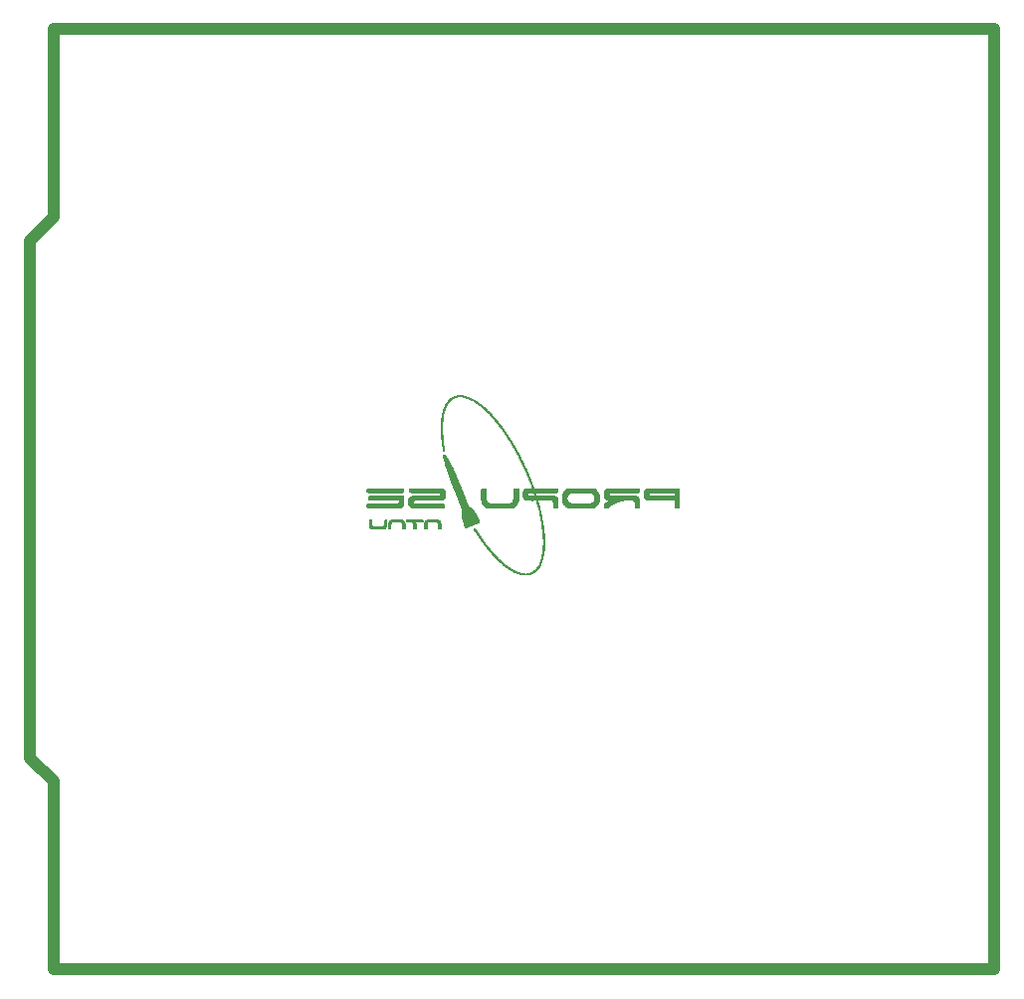
<source format=gbo>
G04*
G04 #@! TF.GenerationSoftware,Altium Limited,Altium Designer,20.0.10 (225)*
G04*
G04 Layer_Color=65280*
%FSLAX25Y25*%
%MOIN*%
G70*
G01*
G75*
%ADD11C,0.03937*%
%ADD25C,0.00140*%
D11*
X55118D02*
X370079D01*
X55118D02*
Y62992D01*
X47244Y70866D02*
X55118Y62992D01*
X47244Y70866D02*
Y244094D01*
X55118Y251969D01*
Y314961D01*
X370079D01*
Y0D02*
Y314961D01*
D25*
X160491Y156132D02*
X172251D01*
X225731D02*
X237351D01*
X160631Y157252D02*
X172251D01*
X254011D02*
X264511D01*
X160491Y157392D02*
X172251D01*
X253591D02*
X264511D01*
X160351Y157532D02*
X172251D01*
X253451D02*
X264511D01*
X160351Y157672D02*
X172251D01*
X253171D02*
X264511D01*
X160351Y157812D02*
X172251D01*
X253031D02*
X264511D01*
X160351Y157952D02*
X172251D01*
X253031D02*
X264511D01*
X160351Y158092D02*
X172251D01*
X252891D02*
X264511D01*
X160351Y158232D02*
X172251D01*
X252751D02*
X264511D01*
X160351Y158372D02*
X172251D01*
X252751D02*
X264511D01*
X160491Y158512D02*
X172111D01*
X252611D02*
X264511D01*
X160631Y158652D02*
X171971D01*
X252611D02*
X264511D01*
X160351Y159772D02*
X171831D01*
X225731D02*
X237351D01*
X252611D02*
X264511D01*
X160211Y159912D02*
X171971D01*
X225871D02*
X237211D01*
X252611D02*
X264511D01*
X160071Y160052D02*
X172111D01*
X226011D02*
X237211D01*
X252751D02*
X264511D01*
X159931Y160192D02*
X172251D01*
X226011D02*
X237071D01*
X252751D02*
X264511D01*
X159931Y160332D02*
X172251D01*
X226151D02*
X236931D01*
X252891D02*
X264511D01*
X159931Y160472D02*
X172251D01*
X226291D02*
X236791D01*
X252891D02*
X264511D01*
X159931Y160612D02*
X172251D01*
X226431D02*
X236651D01*
X253031D02*
X264511D01*
X159931Y160752D02*
X172251D01*
X226571D02*
X236511D01*
X253171D02*
X264511D01*
X160071Y160892D02*
X172251D01*
X226711D02*
X236371D01*
X253311D02*
X264511D01*
X160071Y161032D02*
X172111D01*
X226991D02*
X236091D01*
X253591D02*
X264371D01*
X160211Y161172D02*
X171971D01*
X227271D02*
X235811D01*
X253871D02*
X264231D01*
X192411Y149412D02*
X196611D01*
X192271Y149552D02*
X196891D01*
X192271Y149692D02*
X197311D01*
X192271Y149832D02*
X197591D01*
X192271Y149972D02*
X197591D01*
X192131Y150112D02*
X197451D01*
X192131Y150252D02*
X197451D01*
X192131Y150392D02*
X197451D01*
X191991Y150532D02*
X197311D01*
X191991Y150672D02*
X197311D01*
X191991Y150812D02*
X197171D01*
X191991Y150952D02*
X197171D01*
X191851Y151092D02*
X197031D01*
X191851Y151232D02*
X197031D01*
X191851Y151372D02*
X196891D01*
X191851Y151512D02*
X196891D01*
X191851Y151652D02*
X196751D01*
X191711Y151792D02*
X196751D01*
X191711Y151932D02*
X196611D01*
X191711Y152072D02*
X196611D01*
X191711Y152212D02*
X196471D01*
X191711Y152352D02*
X196471D01*
X191711Y152492D02*
X196331D01*
X191711Y152632D02*
X196331D01*
X160491Y154592D02*
X170571D01*
X227831D02*
X235391D01*
X160211Y154732D02*
X171131D01*
X227271D02*
X235951D01*
X160071Y154872D02*
X171411D01*
X226991D02*
X236231D01*
X160071Y155012D02*
X171551D01*
X226711D02*
X236371D01*
X159931Y155152D02*
X171691D01*
X226571D02*
X236511D01*
X159931Y155292D02*
X171831D01*
X226431D02*
X236791D01*
X159931Y155432D02*
X171971D01*
X226291D02*
X236931D01*
X159931Y155572D02*
X171971D01*
X226151D02*
X236931D01*
X160071Y155712D02*
X172111D01*
X226011D02*
X237071D01*
X160071Y155852D02*
X172111D01*
X225871D02*
X237211D01*
X160211Y155992D02*
X172251D01*
X225871D02*
X237211D01*
X175471Y148012D02*
X176311D01*
X183871D02*
X184711D01*
X173791Y156132D02*
X185271D01*
X191011D02*
X193531D01*
X198571D02*
X210191D01*
X239731D02*
X242671D01*
X262971D02*
X264511D01*
X192131Y191832D02*
X193671D01*
X189191Y191972D02*
X193251D01*
X189611Y192112D02*
X192691D01*
X191011Y156272D02*
X193391D01*
X191011Y156412D02*
X193391D01*
X190871Y156552D02*
X193391D01*
X190871Y156692D02*
X193251D01*
X190731Y156832D02*
X193251D01*
X190731Y156972D02*
X193111D01*
X190731Y157112D02*
X193111D01*
X173791Y157252D02*
X184851D01*
X190591D02*
X192971D01*
X173931Y157392D02*
X185271D01*
X190591D02*
X192971D01*
X173931Y157532D02*
X185411D01*
X190451D02*
X192971D01*
X173931Y157672D02*
X185551D01*
X190451D02*
X192831D01*
X174071Y157812D02*
X185691D01*
X190451D02*
X192831D01*
X174211Y157952D02*
X185831D01*
X190311D02*
X192691D01*
X174351Y158092D02*
X185971D01*
X190311D02*
X192691D01*
X174491Y158232D02*
X185971D01*
X190171D02*
X192691D01*
X174631Y158372D02*
X186111D01*
X190171D02*
X192551D01*
X174911Y158512D02*
X186111D01*
X190171D02*
X192551D01*
X175191Y158652D02*
X186251D01*
X190031D02*
X192411D01*
X190031Y158792D02*
X192411D01*
X189891Y158932D02*
X192411D01*
X174631Y159772D02*
X186251D01*
X174491Y159912D02*
X186111D01*
X174351Y160052D02*
X186111D01*
X174211Y160192D02*
X186111D01*
X174211Y160332D02*
X185971D01*
X174211Y160472D02*
X185831D01*
X174211Y160612D02*
X185831D01*
X174211Y160752D02*
X185691D01*
X174211Y160892D02*
X185411D01*
X174351Y161032D02*
X185271D01*
X174491Y161172D02*
X184991D01*
X175471Y148152D02*
X176311D01*
X183871D02*
X184711D01*
X175471Y148292D02*
X176311D01*
X183871D02*
X184711D01*
X175471Y148432D02*
X176311D01*
X183871D02*
X184711D01*
X175471Y148572D02*
X176311D01*
X183871D02*
X184711D01*
X175471Y148712D02*
X176311D01*
X183871D02*
X184711D01*
X175471Y148852D02*
X176311D01*
X183871D02*
X184711D01*
X175471Y148992D02*
X176311D01*
X183871D02*
X184711D01*
X175471Y149132D02*
X176311D01*
X183871D02*
X184711D01*
X192411D02*
X195911D01*
X175471Y149272D02*
X176311D01*
X183871D02*
X184711D01*
X192411D02*
X196191D01*
X175471Y149412D02*
X176311D01*
X183871D02*
X184711D01*
X183871Y149552D02*
X184711D01*
X183731Y149692D02*
X184571D01*
X183591Y149832D02*
X184571D01*
X167351Y149972D02*
X172531D01*
X173231D02*
X178551D01*
X179391D02*
X184571D01*
X167351Y150112D02*
X172391D01*
X173091D02*
X178691D01*
X179391D02*
X184431D01*
X167491Y150252D02*
X172251D01*
X173091D02*
X178691D01*
X179531D02*
X184291D01*
X167631Y150392D02*
X172111D01*
X173091D02*
X178691D01*
X167771Y150532D02*
X171971D01*
X173091D02*
X178691D01*
X168051Y150672D02*
X171691D01*
X173231D02*
X178551D01*
X191711Y152772D02*
X196191D01*
X191711Y152912D02*
X196051D01*
X191711Y153052D02*
X196051D01*
X191711Y153192D02*
X195911D01*
X191711Y153332D02*
X195911D01*
X191711Y153472D02*
X195771D01*
X191711Y153612D02*
X195631D01*
X191711Y153752D02*
X195491D01*
X191851Y153892D02*
X195491D01*
X191851Y154032D02*
X195351D01*
X191851Y154172D02*
X195211D01*
X191851Y154312D02*
X195071D01*
X191711Y154452D02*
X194931D01*
X175471Y154592D02*
X185271D01*
X191711D02*
X194791D01*
X174911Y154732D02*
X185551D01*
X191571D02*
X194511D01*
X174771Y154872D02*
X185691D01*
X191571D02*
X193951D01*
X174491Y155012D02*
X185691D01*
X191571D02*
X193951D01*
X174351Y155152D02*
X185831D01*
X191431D02*
X193951D01*
X174211Y155292D02*
X185831D01*
X191431D02*
X193811D01*
X174071Y155432D02*
X185831D01*
X191291D02*
X193811D01*
X174071Y155572D02*
X185831D01*
X191291D02*
X193671D01*
X173931Y155712D02*
X185831D01*
X191291D02*
X193671D01*
X173931Y155852D02*
X185691D01*
X191151D02*
X193671D01*
X173791Y155992D02*
X185551D01*
X191151D02*
X193531D01*
X184151Y147592D02*
X184571D01*
X184011Y147732D02*
X184711D01*
X175471Y147872D02*
X176311D01*
X183871D02*
X184711D01*
X200391Y186652D02*
X200951D01*
X200251Y186792D02*
X200811D01*
X200111Y186932D02*
X200671D01*
X199971Y187072D02*
X200531D01*
X199831Y187212D02*
X200391D01*
X208371Y176012D02*
X208931D01*
X208371Y176152D02*
X208791D01*
X208231Y176292D02*
X208791D01*
X208091Y176432D02*
X208651D01*
X208091Y176572D02*
X208511D01*
X207951Y176712D02*
X208511D01*
X207951Y176852D02*
X208371D01*
X207811Y176992D02*
X208371D01*
X198571Y156272D02*
X200811D01*
X207951D02*
X210331D01*
X198431Y156412D02*
X200531D01*
X208231D02*
X210331D01*
X198431Y156552D02*
X200391D01*
X213411Y157252D02*
X223911D01*
X212991Y157392D02*
X223911D01*
X212851Y157532D02*
X223771D01*
X212571Y157672D02*
X223771D01*
X212431Y157812D02*
X223631D01*
X212431Y157952D02*
X223631D01*
X212291Y158092D02*
X223491D01*
X212151Y158232D02*
X223351D01*
X212151Y158372D02*
X223211D01*
X212011Y158512D02*
X222931D01*
X212011Y158652D02*
X222651D01*
X216211Y158792D02*
X216631D01*
X216071Y158932D02*
X216491D01*
X216071Y159072D02*
X216491D01*
X216071Y159212D02*
X216491D01*
X215931Y159352D02*
X216351D01*
X215931Y159492D02*
X216351D01*
X215931Y159632D02*
X216351D01*
X212011Y159772D02*
X223491D01*
X212011Y159912D02*
X223631D01*
X212151Y160052D02*
X223771D01*
X212151Y160192D02*
X223911D01*
X212291Y160332D02*
X223911D01*
X212291Y160472D02*
X223911D01*
X212431Y160612D02*
X223911D01*
X212571Y160752D02*
X223911D01*
X212711Y160892D02*
X223911D01*
X212991Y161032D02*
X223771D01*
X213271Y161172D02*
X223631D01*
X200111Y154732D02*
X208791D01*
X199831Y154872D02*
X209071D01*
X199551Y155012D02*
X209211D01*
X199411Y155152D02*
X209351D01*
X199271Y155292D02*
X209631D01*
X199131Y155432D02*
X209771D01*
X198991Y155572D02*
X209771D01*
X198851Y155712D02*
X209911D01*
X198711Y155852D02*
X210051D01*
X198711Y155992D02*
X210051D01*
X200391Y140872D02*
X200951D01*
X200391Y141012D02*
X200951D01*
X200251Y141152D02*
X200811D01*
X200111Y141292D02*
X200671D01*
X199971Y141432D02*
X200531D01*
X199831Y141572D02*
X200391D01*
X199831Y141712D02*
X200391D01*
X215651Y133452D02*
X216351D01*
X215931Y133592D02*
X216491D01*
X208231Y133732D02*
X209071D01*
X216071D02*
X216631D01*
X207951Y133872D02*
X208791D01*
X216211D02*
X216771D01*
X207811Y134012D02*
X208651D01*
X216351D02*
X216911D01*
X207531Y134152D02*
X208371D01*
X239871Y156272D02*
X242951D01*
X240151Y156412D02*
X243231D01*
X240291Y156552D02*
X243511D01*
X240711Y157252D02*
X251211D01*
X240291Y157392D02*
X251211D01*
X240151Y157532D02*
X251071D01*
X239871Y157672D02*
X251071D01*
X239731Y157812D02*
X250931D01*
X239731Y157952D02*
X250931D01*
X239591Y158092D02*
X250791D01*
X239451Y158232D02*
X250651D01*
X239451Y158372D02*
X250511D01*
X239311Y158512D02*
X250231D01*
X239311Y158652D02*
X249951D01*
X239311Y158792D02*
X241131D01*
X239311Y158932D02*
X240991D01*
X239311Y159072D02*
X240851D01*
X239311Y159212D02*
X240851D01*
X239311Y159352D02*
X240851D01*
X239311Y159492D02*
X240991D01*
X239311Y159632D02*
X241131D01*
X239311Y159772D02*
X250791D01*
X239311Y159912D02*
X250931D01*
X239451Y160052D02*
X251071D01*
X239451Y160192D02*
X251211D01*
X239591Y160332D02*
X251211D01*
X239591Y160472D02*
X251211D01*
X239731Y160612D02*
X251211D01*
X239871Y160752D02*
X251211D01*
X240011Y160892D02*
X251211D01*
X240291Y161032D02*
X251071D01*
X240571Y161172D02*
X250931D01*
X239871Y154592D02*
X240291D01*
X239591Y154732D02*
X240571D01*
X239451Y154872D02*
X240711D01*
X239311Y155012D02*
X240991D01*
X239311Y155152D02*
X241131D01*
X239311Y155292D02*
X241411D01*
X239311Y155432D02*
X241551D01*
X239311Y155572D02*
X241831D01*
X239311Y155712D02*
X241971D01*
X239451Y155852D02*
X242251D01*
X239591Y155992D02*
X242391D01*
X262971Y156272D02*
X264511D01*
X262971Y156412D02*
X264511D01*
X262971Y156552D02*
X264511D01*
X262971Y156692D02*
X264511D01*
X262971Y156832D02*
X264511D01*
X262971Y156972D02*
X264511D01*
X262971Y157112D02*
X264511D01*
X262971Y158792D02*
X264511D01*
X262971Y158932D02*
X264511D01*
X262971Y159072D02*
X264511D01*
X262971Y159212D02*
X264511D01*
X262971Y159352D02*
X264511D01*
X262971Y159492D02*
X264511D01*
X262971Y159632D02*
X264511D01*
X263111Y154872D02*
X264371D01*
X262971Y155012D02*
X264511D01*
X262971Y155152D02*
X264511D01*
X262971Y155292D02*
X264511D01*
X262971Y155432D02*
X264511D01*
X262971Y155572D02*
X264511D01*
X262971Y155712D02*
X264511D01*
X262971Y155852D02*
X264511D01*
X262971Y155992D02*
X264511D01*
X161051Y148012D02*
X166091D01*
X167071D02*
X167911D01*
X171831D02*
X172671D01*
X179111D02*
X179951D01*
X187931Y164112D02*
X190311D01*
X185551Y172092D02*
X186251D01*
X184711Y180072D02*
X185131D01*
X185691Y188052D02*
X186111D01*
X198851D02*
X199551D01*
X192831Y148012D02*
X192971D01*
X205711Y180072D02*
X206271D01*
X201091Y140032D02*
X201791D01*
X214251Y164112D02*
X214671D01*
X210611Y172092D02*
X211031D01*
X218731Y140032D02*
X219151D01*
X218591Y148012D02*
X219011D01*
X216911Y156132D02*
X217331D01*
X222371D02*
X223911D01*
X249671D02*
X251211D01*
X160911Y148152D02*
X166231D01*
X167071D02*
X167911D01*
X160911Y148292D02*
X166231D01*
X167071D02*
X167911D01*
X160771Y148432D02*
X161891D01*
X165391D02*
X166371D01*
X167071D02*
X167911D01*
X160771Y148572D02*
X161611D01*
X165531D02*
X166371D01*
X167071D02*
X167911D01*
X160771Y148712D02*
X161611D01*
X165671D02*
X166511D01*
X167071D02*
X167911D01*
X160771Y148852D02*
X161471D01*
X165671D02*
X166511D01*
X167071D02*
X167911D01*
X160631Y148992D02*
X161471D01*
X165671D02*
X166511D01*
X167071D02*
X167911D01*
X160631Y149132D02*
X161471D01*
X165671D02*
X166511D01*
X167071D02*
X167911D01*
X160631Y149272D02*
X161471D01*
X165671D02*
X166511D01*
X167071D02*
X167911D01*
X160631Y149412D02*
X161471D01*
X165671D02*
X166511D01*
X167071D02*
X167911D01*
X160631Y149552D02*
X161471D01*
X165671D02*
X166511D01*
X167211D02*
X168051D01*
X160631Y149692D02*
X161471D01*
X165671D02*
X166511D01*
X167211D02*
X168051D01*
X160631Y149832D02*
X161471D01*
X165671D02*
X166511D01*
X167211D02*
X168191D01*
X160631Y149972D02*
X161471D01*
X165671D02*
X166511D01*
X160631Y150112D02*
X161471D01*
X165671D02*
X166511D01*
X160631Y150252D02*
X161471D01*
X165671D02*
X166511D01*
X160631Y150392D02*
X161471D01*
X165671D02*
X166511D01*
X160771Y150532D02*
X161471D01*
X165811D02*
X166511D01*
X160911Y150672D02*
X161331D01*
X165951D02*
X166371D01*
X161751Y147592D02*
X165531D01*
X167351D02*
X167631D01*
X161331Y147732D02*
X165811D01*
X167211D02*
X167911D01*
X161191Y147872D02*
X165951D01*
X167071D02*
X167911D01*
X170571Y156272D02*
X172251D01*
X173791D02*
X175471D01*
X170571Y156412D02*
X172251D01*
X173791D02*
X175331D01*
X170711Y156552D02*
X172251D01*
X173791D02*
X175331D01*
X170711Y156692D02*
X172251D01*
X173791D02*
X175331D01*
X170711Y156832D02*
X172251D01*
X173791D02*
X175331D01*
X170711Y156972D02*
X172251D01*
X173791D02*
X175471D01*
X170711Y157112D02*
X172251D01*
X173791D02*
X175611D01*
X171831Y148152D02*
X172671D01*
X171831Y148292D02*
X172671D01*
X171831Y148432D02*
X172671D01*
X171831Y148572D02*
X172671D01*
X171831Y148712D02*
X172671D01*
X171831Y148852D02*
X172671D01*
X171831Y148992D02*
X172671D01*
X171831Y149132D02*
X172671D01*
X171831Y149272D02*
X172671D01*
X171831Y149412D02*
X172671D01*
X171831Y149552D02*
X172671D01*
X175331D02*
X176171D01*
X171691Y149692D02*
X172531D01*
X175331D02*
X176171D01*
X171551Y149832D02*
X172531D01*
X175191D02*
X176171D01*
X172111Y147592D02*
X172531D01*
X175611D02*
X176031D01*
X171971Y147732D02*
X172671D01*
X175471D02*
X176171D01*
X171831Y147872D02*
X172671D01*
X179111Y148152D02*
X179951D01*
X179111Y148292D02*
X179951D01*
X179111Y148432D02*
X179951D01*
X179111Y148572D02*
X179951D01*
X179111Y148712D02*
X179951D01*
X179111Y148852D02*
X179951D01*
X179111Y148992D02*
X179951D01*
X179111Y149132D02*
X179951D01*
X179111Y149272D02*
X179951D01*
X179111Y149412D02*
X179951D01*
X179251Y149552D02*
X180091D01*
X179251Y149692D02*
X180091D01*
X179251Y149832D02*
X180231D01*
X179671Y150392D02*
X184151D01*
X179811Y150532D02*
X184011D01*
X180091Y150672D02*
X183731D01*
X179391Y147592D02*
X179671D01*
X179251Y147732D02*
X179951D01*
X179111Y147872D02*
X179951D01*
X185691Y188192D02*
X186251D01*
X185831Y188332D02*
X186251D01*
X185831Y188472D02*
X186391D01*
X185971Y188612D02*
X186391D01*
X185971Y188752D02*
X186531D01*
X186111Y188892D02*
X186531D01*
X186111Y189032D02*
X186671D01*
X186251Y189172D02*
X186671D01*
X186251Y189312D02*
X186811D01*
X186391Y189452D02*
X186811D01*
X186391Y189592D02*
X186951D01*
X186531Y189732D02*
X187091D01*
X186671Y189872D02*
X187091D01*
X186671Y190012D02*
X187231D01*
X186811Y190152D02*
X187371D01*
X186951Y190292D02*
X187511D01*
X187091Y190432D02*
X187651D01*
X187091Y190572D02*
X187791D01*
X187231Y190712D02*
X187931D01*
X187371Y190852D02*
X188071D01*
X187511Y190992D02*
X188211D01*
X187791Y191132D02*
X188491D01*
X187931Y191272D02*
X188631D01*
X188071Y191412D02*
X188911D01*
X188351Y191552D02*
X189191D01*
X188491Y191692D02*
X189611D01*
X188771Y191832D02*
X190171D01*
Y192252D02*
X191991D01*
X184711Y180212D02*
X185131D01*
X184711Y180352D02*
X185131D01*
X184711Y180492D02*
X185131D01*
X184711Y180632D02*
X185131D01*
X184711Y180772D02*
X185131D01*
X184711Y180912D02*
X185131D01*
X184711Y181052D02*
X185131D01*
X184711Y181192D02*
X185131D01*
X184711Y181332D02*
X185131D01*
X184711Y181472D02*
X185131D01*
X184711Y181612D02*
X185131D01*
X184711Y181752D02*
X185131D01*
X184711Y181892D02*
X185131D01*
X184711Y182032D02*
X185131D01*
X184711Y182172D02*
X185131D01*
X184711Y182312D02*
X185131D01*
X184711Y182452D02*
X185131D01*
X184711Y182592D02*
X185131D01*
X184711Y182732D02*
X185131D01*
X184711Y182872D02*
X185131D01*
X184711Y183012D02*
X185131D01*
X184711Y183152D02*
X185131D01*
X184851Y183292D02*
X185131D01*
X184851Y183432D02*
X185131D01*
X184851Y183572D02*
X185131D01*
X184851Y183712D02*
X185271D01*
X184851Y183852D02*
X185271D01*
X184851Y183992D02*
X185271D01*
X184851Y184132D02*
X185271D01*
X184851Y184272D02*
X185271D01*
X184851Y184412D02*
X185271D01*
X184851Y184552D02*
X185271D01*
X184851Y184692D02*
X185271D01*
X184991Y184832D02*
X185411D01*
X184991Y184972D02*
X185411D01*
X184991Y185112D02*
X185411D01*
X184991Y185252D02*
X185411D01*
X184991Y185392D02*
X185411D01*
X184991Y185532D02*
X185411D01*
X185131Y185672D02*
X185551D01*
X185131Y185812D02*
X185551D01*
X185131Y185952D02*
X185551D01*
X185131Y186092D02*
X185551D01*
X185131Y186232D02*
X185551D01*
X185271Y186372D02*
X185691D01*
X185271Y186512D02*
X185691D01*
X185271Y186652D02*
X185691D01*
X185271Y186792D02*
X185691D01*
X185411Y186932D02*
X185831D01*
X185411Y187072D02*
X185831D01*
X185411Y187212D02*
X185831D01*
X185411Y187352D02*
X185971D01*
X185551Y187492D02*
X185971D01*
X185551Y187632D02*
X185971D01*
X185551Y187772D02*
X186111D01*
X185691Y187912D02*
X186111D01*
X185551Y172232D02*
X186251D01*
X185551Y172372D02*
X186111D01*
X185551Y172512D02*
X185971D01*
X185411Y173772D02*
X185831D01*
X185411Y173912D02*
X185831D01*
X185411Y174052D02*
X185831D01*
X185411Y174192D02*
X185831D01*
X185411Y174332D02*
X185831D01*
X185411Y174472D02*
X185691D01*
X185271Y174612D02*
X185691D01*
X185271Y174752D02*
X185691D01*
X185271Y174892D02*
X185691D01*
X185271Y175032D02*
X185691D01*
X185271Y175172D02*
X185691D01*
X185271Y175312D02*
X185691D01*
X185131Y175452D02*
X185551D01*
X185131Y175592D02*
X185551D01*
X185131Y175732D02*
X185551D01*
X185131Y175872D02*
X185551D01*
X185131Y176012D02*
X185551D01*
X185131Y176152D02*
X185551D01*
X185131Y176292D02*
X185551D01*
X184991Y176432D02*
X185411D01*
X184991Y176572D02*
X185411D01*
X184991Y176712D02*
X185411D01*
X184991Y176852D02*
X185411D01*
X184991Y176992D02*
X185411D01*
X184991Y177132D02*
X185411D01*
X184991Y177272D02*
X185411D01*
X184991Y177412D02*
X185411D01*
X184991Y177552D02*
X185271D01*
X184851Y177692D02*
X185271D01*
X184851Y177832D02*
X185271D01*
X184851Y177972D02*
X185271D01*
X184851Y178112D02*
X185271D01*
X184851Y178252D02*
X185271D01*
X184851Y178392D02*
X185271D01*
X184851Y178532D02*
X185271D01*
X184851Y178672D02*
X185271D01*
X184851Y178812D02*
X185271D01*
X184851Y178952D02*
X185271D01*
X184851Y179092D02*
X185131D01*
X184851Y179232D02*
X185131D01*
X184851Y179372D02*
X185131D01*
X184711Y179512D02*
X185131D01*
X184711Y179652D02*
X185131D01*
X184711Y179792D02*
X185131D01*
X184711Y179932D02*
X185131D01*
X187791Y164252D02*
X190171D01*
X187791Y164392D02*
X190171D01*
X187791Y164532D02*
X190031D01*
X187651Y164672D02*
X190031D01*
X187651Y164812D02*
X189891D01*
X187651Y164952D02*
X189891D01*
X187511Y165092D02*
X189891D01*
X187511Y165232D02*
X189751D01*
X187511Y165372D02*
X189751D01*
X187371Y165512D02*
X189611D01*
X187371Y165652D02*
X189611D01*
X187371Y165792D02*
X189471D01*
X187231Y165932D02*
X189471D01*
X187231Y166072D02*
X189471D01*
X187091Y166212D02*
X189331D01*
X187091Y166352D02*
X189331D01*
X187091Y166492D02*
X189191D01*
X186951Y166632D02*
X189191D01*
X186951Y166772D02*
X189051D01*
X186951Y166912D02*
X189051D01*
X186811Y167052D02*
X188911D01*
X186811Y167192D02*
X188911D01*
X186811Y167332D02*
X188771D01*
X186671Y167472D02*
X188771D01*
X186671Y167612D02*
X188631D01*
X186671Y167752D02*
X188631D01*
X186531Y167892D02*
X188631D01*
X186531Y168032D02*
X188491D01*
X186531Y168172D02*
X188491D01*
X186391Y168312D02*
X188351D01*
X186391Y168452D02*
X188351D01*
X186391Y168592D02*
X188211D01*
X186391Y168732D02*
X188211D01*
X186251Y168872D02*
X188071D01*
X186251Y169012D02*
X188071D01*
X186251Y169152D02*
X187931D01*
X186111Y169292D02*
X187931D01*
X186111Y169432D02*
X187791D01*
X186111Y169572D02*
X187791D01*
X185971Y169712D02*
X187651D01*
X185971Y169852D02*
X187651D01*
X185971Y169992D02*
X187511D01*
X185971Y170132D02*
X187511D01*
X185831Y170272D02*
X187371D01*
X185831Y170412D02*
X187371D01*
X185831Y170552D02*
X187231D01*
X185831Y170692D02*
X187231D01*
X185691Y170832D02*
X187091D01*
X185691Y170972D02*
X186951D01*
X185691Y171112D02*
X186951D01*
X185691Y171252D02*
X186811D01*
X185551Y171392D02*
X186811D01*
X185551Y171532D02*
X186671D01*
X185551Y171672D02*
X186531D01*
X185551Y171812D02*
X186531D01*
X185551Y171952D02*
X186391D01*
X184431Y158792D02*
X186251D01*
X184571Y158932D02*
X186251D01*
X184711Y159072D02*
X186251D01*
X189891D02*
X192271D01*
X184711Y159212D02*
X186251D01*
X189891D02*
X192271D01*
X184711Y159352D02*
X186251D01*
X189751D02*
X192131D01*
X184571Y159492D02*
X186251D01*
X189751D02*
X192131D01*
X184431Y159632D02*
X186251D01*
X189611D02*
X192131D01*
X189611Y159772D02*
X191991D01*
X189611Y159912D02*
X191991D01*
X189471Y160052D02*
X191851D01*
X189471Y160192D02*
X191851D01*
X189331Y160332D02*
X191851D01*
X189331Y160472D02*
X191711D01*
X189331Y160612D02*
X191711D01*
X189191Y160752D02*
X191571D01*
X189191Y160892D02*
X191571D01*
X189051Y161032D02*
X191571D01*
X189051Y161172D02*
X191431D01*
X189051Y161312D02*
X191431D01*
X188911Y161452D02*
X191291D01*
X188911Y161592D02*
X191291D01*
X188771Y161732D02*
X191291D01*
X188771Y161872D02*
X191151D01*
X188771Y162012D02*
X191151D01*
X188631Y162152D02*
X191011D01*
X188631Y162292D02*
X191011D01*
X188491Y162432D02*
X191011D01*
X188491Y162572D02*
X190871D01*
X188491Y162712D02*
X190871D01*
X188351Y162852D02*
X190731D01*
X188351Y162992D02*
X190731D01*
X188211Y163132D02*
X190731D01*
X188211Y163272D02*
X190591D01*
X188211Y163412D02*
X190591D01*
X188071Y163552D02*
X190451D01*
X188071Y163692D02*
X190451D01*
X188071Y163832D02*
X190311D01*
X187931Y163972D02*
X190311D01*
X198711Y188192D02*
X199411D01*
X198571Y188332D02*
X199271D01*
X198291Y188472D02*
X198991D01*
X198151Y188612D02*
X198851D01*
X198011Y188752D02*
X198711D01*
X197871Y188892D02*
X198571D01*
X197591Y189032D02*
X198431D01*
X197451Y189172D02*
X198151D01*
X197311Y189312D02*
X198011D01*
X197171Y189452D02*
X197871D01*
X196891Y189592D02*
X197591D01*
X196751Y189732D02*
X197451D01*
X196471Y189872D02*
X197311D01*
X196331Y190012D02*
X197031D01*
X196051Y190152D02*
X196891D01*
X195911Y190292D02*
X196611D01*
X195631Y190432D02*
X196471D01*
X195351Y190572D02*
X196191D01*
X195071Y190712D02*
X196051D01*
X194931Y190852D02*
X195771D01*
X194651Y190992D02*
X195491D01*
X194231Y191132D02*
X195211D01*
X193951Y191272D02*
X194931D01*
X193671Y191412D02*
X194651D01*
X193251Y191552D02*
X194371D01*
X192691Y191692D02*
X194091D01*
X199551Y187352D02*
X200251D01*
X199411Y187492D02*
X200111D01*
X199271Y187632D02*
X199971D01*
X199131Y187772D02*
X199831D01*
X198991Y187912D02*
X199691D01*
X198431Y156692D02*
X200251D01*
X198291Y156832D02*
X200111D01*
X198291Y156972D02*
X199971D01*
X198291Y157112D02*
X199971D01*
X198291Y157252D02*
X199831D01*
X198151Y157392D02*
X199831D01*
X198151Y157532D02*
X199831D01*
X198151Y157672D02*
X199831D01*
X198151Y157812D02*
X199831D01*
X198151Y157952D02*
X199831D01*
X198151Y158092D02*
X199831D01*
X198151Y158232D02*
X199831D01*
X198151Y158372D02*
X199831D01*
X198151Y158512D02*
X199831D01*
X198151Y158652D02*
X199831D01*
X198151Y158792D02*
X199831D01*
X198151Y158932D02*
X199831D01*
X198151Y159072D02*
X199831D01*
X198151Y159212D02*
X199831D01*
X198151Y159352D02*
X199831D01*
X198151Y159492D02*
X199831D01*
X198151Y159632D02*
X199831D01*
X198151Y159772D02*
X199831D01*
X198151Y159912D02*
X199831D01*
X198151Y160052D02*
X199831D01*
X198151Y160192D02*
X199831D01*
X198151Y160332D02*
X199831D01*
X198151Y160472D02*
X199831D01*
X198151Y160612D02*
X199831D01*
X198151Y160752D02*
X199691D01*
X198291Y160892D02*
X199691D01*
X198291Y161032D02*
X199551D01*
X198431Y161172D02*
X199411D01*
X192831Y148152D02*
X193391D01*
X192831Y148292D02*
X193811D01*
X192691Y148432D02*
X194091D01*
X192691Y148572D02*
X194511D01*
X192691Y148712D02*
X194791D01*
X192551Y148852D02*
X195211D01*
X192551Y148992D02*
X195491D01*
X199691Y141852D02*
X200251D01*
X199551Y141992D02*
X200111D01*
X199411Y142132D02*
X199971D01*
X199411Y142272D02*
X199831D01*
X199271Y142412D02*
X199831D01*
X199131Y142552D02*
X199691D01*
X198991Y142692D02*
X199551D01*
X198991Y142832D02*
X199411D01*
X198851Y142972D02*
X199411D01*
X198711Y143112D02*
X199271D01*
X198571Y143252D02*
X199131D01*
X198571Y143392D02*
X198991D01*
X198431Y143532D02*
X198991D01*
X198291Y143672D02*
X198851D01*
X198151Y143812D02*
X198711D01*
X198151Y143952D02*
X198711D01*
X198011Y144092D02*
X198571D01*
X197871Y144232D02*
X198431D01*
X197871Y144372D02*
X198291D01*
X197731Y144512D02*
X198291D01*
X197591Y144652D02*
X198151D01*
X197591Y144792D02*
X198011D01*
X197451Y144932D02*
X198011D01*
X197311Y145072D02*
X197871D01*
X197311Y145212D02*
X197731D01*
X197171Y145352D02*
X197731D01*
X197031Y145492D02*
X197591D01*
X197031Y145632D02*
X197451D01*
X196891Y145772D02*
X197451D01*
X196751Y145912D02*
X197311D01*
X196751Y146052D02*
X197171D01*
X196611Y146192D02*
X197171D01*
X196471Y146332D02*
X197031D01*
X196471Y146472D02*
X196891D01*
X196331Y146612D02*
X196891D01*
X196191Y146752D02*
X196751D01*
X196191Y146892D02*
X196611D01*
X196051Y147032D02*
X196611D01*
X195911Y147172D02*
X196471D01*
X195911Y147312D02*
X196471D01*
X195771Y147452D02*
X196331D01*
X195771Y147592D02*
X196191D01*
X195911Y147732D02*
X196191D01*
X205711Y180212D02*
X206271D01*
X205571Y180352D02*
X206131D01*
X205431Y180492D02*
X205991D01*
X205431Y180632D02*
X205851D01*
X205291Y180772D02*
X205851D01*
X205151Y180912D02*
X205711D01*
X205011Y181052D02*
X205571D01*
X205011Y181192D02*
X205571D01*
X204871Y181332D02*
X205431D01*
X204731Y181472D02*
X205291D01*
X204731Y181612D02*
X205151D01*
X204591Y181752D02*
X205151D01*
X204451Y181892D02*
X205011D01*
X204311Y182032D02*
X204871D01*
X204171Y182172D02*
X204731D01*
X204171Y182312D02*
X204731D01*
X204031Y182452D02*
X204591D01*
X203891Y182592D02*
X204451D01*
X203751Y182732D02*
X204311D01*
X203751Y182872D02*
X204311D01*
X203611Y183012D02*
X204171D01*
X203471Y183152D02*
X204031D01*
X203331Y183292D02*
X203891D01*
X203191Y183432D02*
X203751D01*
X203191Y183572D02*
X203751D01*
X203051Y183712D02*
X203611D01*
X202911Y183852D02*
X203471D01*
X202771Y183992D02*
X203331D01*
X202631Y184132D02*
X203191D01*
X202491Y184272D02*
X203191D01*
X202351Y184412D02*
X203051D01*
X202351Y184552D02*
X202911D01*
X202211Y184692D02*
X202771D01*
X202071Y184832D02*
X202631D01*
X201931Y184972D02*
X202491D01*
X201791Y185112D02*
X202351D01*
X201651Y185252D02*
X202211D01*
X201511Y185392D02*
X202211D01*
X201371Y185532D02*
X202071D01*
X201231Y185672D02*
X201931D01*
X201091Y185812D02*
X201791D01*
X201091Y185952D02*
X201651D01*
X200951Y186092D02*
X201511D01*
X200811Y186232D02*
X201371D01*
X200671Y186372D02*
X201231D01*
X200531Y186512D02*
X201091D01*
X207671Y177132D02*
X208231D01*
X207671Y177272D02*
X208091D01*
X207531Y177412D02*
X208091D01*
X207391Y177552D02*
X207951D01*
X207391Y177692D02*
X207811D01*
X207251Y177832D02*
X207811D01*
X207251Y177972D02*
X207671D01*
X207111Y178112D02*
X207671D01*
X206971Y178252D02*
X207531D01*
X206971Y178392D02*
X207391D01*
X206831Y178532D02*
X207391D01*
X206691Y178672D02*
X207251D01*
X206691Y178812D02*
X207111D01*
X206551Y178952D02*
X207111D01*
X206411Y179092D02*
X206971D01*
X206411Y179232D02*
X206831D01*
X206271Y179372D02*
X206831D01*
X206131Y179512D02*
X206691D01*
X206131Y179652D02*
X206551D01*
X205991Y179792D02*
X206551D01*
X205851Y179932D02*
X206411D01*
X200671Y154592D02*
X208231D01*
X201091Y140172D02*
X201651D01*
X200951Y140312D02*
X201511D01*
X200811Y140452D02*
X201371D01*
X200671Y140592D02*
X201231D01*
X200531Y140732D02*
X201091D01*
X207251Y134292D02*
X208091D01*
X207111Y134432D02*
X207951D01*
X206971Y134572D02*
X207671D01*
X206691Y134712D02*
X207531D01*
X206551Y134852D02*
X207251D01*
X206271Y134992D02*
X207111D01*
X206131Y135132D02*
X206831D01*
X205991Y135272D02*
X206691D01*
X205851Y135412D02*
X206551D01*
X205571Y135552D02*
X206271D01*
X205431Y135692D02*
X206131D01*
X205291Y135832D02*
X205991D01*
X205151Y135972D02*
X205851D01*
X205011Y136112D02*
X205711D01*
X204871Y136252D02*
X205431D01*
X204591Y136392D02*
X205291D01*
X204451Y136532D02*
X205151D01*
X204311Y136672D02*
X205011D01*
X204171Y136812D02*
X204871D01*
X204031Y136952D02*
X204731D01*
X203891Y137092D02*
X204591D01*
X203751Y137232D02*
X204451D01*
X203611Y137372D02*
X204311D01*
X203471Y137512D02*
X204171D01*
X203331Y137652D02*
X203891D01*
X203191Y137792D02*
X203751D01*
X203051Y137932D02*
X203611D01*
X202911Y138072D02*
X203471D01*
X202771Y138212D02*
X203331D01*
X202631Y138352D02*
X203331D01*
X202491Y138492D02*
X203191D01*
X202351Y138632D02*
X203051D01*
X202211Y138772D02*
X202911D01*
X202071Y138912D02*
X202771D01*
X201931Y139052D02*
X202631D01*
X201931Y139192D02*
X202491D01*
X201791Y139332D02*
X202351D01*
X201651Y139472D02*
X202211D01*
X201511Y139612D02*
X202071D01*
X201371Y139752D02*
X201931D01*
X201231Y139892D02*
X201791D01*
X210471Y172232D02*
X211031D01*
X210471Y172372D02*
X210891D01*
X210331Y172512D02*
X210891D01*
X210331Y172652D02*
X210751D01*
X210191Y172792D02*
X210751D01*
X210191Y172932D02*
X210611D01*
X210051Y173072D02*
X210611D01*
X210051Y173212D02*
X210471D01*
X209911Y173352D02*
X210471D01*
X209911Y173492D02*
X210331D01*
X209771Y173632D02*
X210191D01*
X209631Y173772D02*
X210191D01*
X209631Y173912D02*
X210051D01*
X209491Y174052D02*
X210051D01*
X209491Y174192D02*
X209911D01*
X209351Y174332D02*
X209911D01*
X209351Y174472D02*
X209771D01*
X209211Y174612D02*
X209771D01*
X209071Y174752D02*
X209631D01*
X209071Y174892D02*
X209491D01*
X208931Y175032D02*
X209491D01*
X208931Y175172D02*
X209351D01*
X208791Y175312D02*
X209351D01*
X208791Y175452D02*
X209211D01*
X208651Y175592D02*
X209211D01*
X208511Y175732D02*
X209071D01*
X208511Y175872D02*
X208931D01*
X214251Y164252D02*
X214671D01*
X214111Y164392D02*
X214531D01*
X214111Y164532D02*
X214531D01*
X213971Y164672D02*
X214531D01*
X213971Y164812D02*
X214391D01*
X213971Y164952D02*
X214391D01*
X213831Y165092D02*
X214251D01*
X213831Y165232D02*
X214251D01*
X213691Y165372D02*
X214251D01*
X213691Y165512D02*
X214111D01*
X213551Y165652D02*
X214111D01*
X213551Y165792D02*
X213971D01*
X213551Y165932D02*
X213971D01*
X213411Y166072D02*
X213971D01*
X213411Y166212D02*
X213831D01*
X213271Y166352D02*
X213831D01*
X213271Y166492D02*
X213691D01*
X213131Y166632D02*
X213691D01*
X213131Y166772D02*
X213551D01*
X213131Y166912D02*
X213551D01*
X212991Y167052D02*
X213551D01*
X212991Y167192D02*
X213411D01*
X212851Y167332D02*
X213411D01*
X212851Y167472D02*
X213271D01*
X212711Y167612D02*
X213271D01*
X212711Y167752D02*
X213131D01*
X212571Y167892D02*
X213131D01*
X212571Y168032D02*
X212991D01*
X212571Y168172D02*
X212991D01*
X212431Y168312D02*
X212851D01*
X212431Y168452D02*
X212851D01*
X212291Y168592D02*
X212851D01*
X212291Y168732D02*
X212711D01*
X212151Y168872D02*
X212711D01*
X212151Y169012D02*
X212571D01*
X212011Y169152D02*
X212571D01*
X212011Y169292D02*
X212431D01*
X211871Y169432D02*
X212431D01*
X211871Y169572D02*
X212291D01*
X211731Y169712D02*
X212291D01*
X211731Y169852D02*
X212151D01*
X211591Y169992D02*
X212151D01*
X211591Y170132D02*
X212011D01*
X211451Y170272D02*
X212011D01*
X211451Y170412D02*
X211871D01*
X211311Y170552D02*
X211871D01*
X211311Y170692D02*
X211731D01*
X211171Y170832D02*
X211731D01*
X211171Y170972D02*
X211591D01*
X211031Y171112D02*
X211591D01*
X211031Y171252D02*
X211451D01*
X210891Y171392D02*
X211451D01*
X210891Y171532D02*
X211311D01*
X210751Y171672D02*
X211311D01*
X210751Y171812D02*
X211171D01*
X210611Y171952D02*
X211171D01*
X208511Y156552D02*
X210331D01*
X208651Y156692D02*
X210471D01*
X208651Y156832D02*
X210471D01*
X208791Y156972D02*
X210471D01*
X215231D02*
X215371D01*
X208931Y157112D02*
X210611D01*
X215231D02*
X215371D01*
X208931Y157252D02*
X210611D01*
X208931Y157392D02*
X210611D01*
X208931Y157532D02*
X210611D01*
X209071Y157672D02*
X210611D01*
X209071Y157812D02*
X210611D01*
X209071Y157952D02*
X210611D01*
X209071Y158092D02*
X210611D01*
X209071Y158232D02*
X210611D01*
X209071Y158372D02*
X210611D01*
X209071Y158512D02*
X210611D01*
X209071Y158652D02*
X210611D01*
X209071Y158792D02*
X210611D01*
X212011D02*
X213831D01*
X209071Y158932D02*
X210611D01*
X212011D02*
X213691D01*
X209071Y159072D02*
X210611D01*
X212011D02*
X213551D01*
X209071Y159212D02*
X210611D01*
X212011D02*
X213551D01*
X209071Y159352D02*
X210611D01*
X212011D02*
X213551D01*
X209071Y159492D02*
X210611D01*
X212011D02*
X213691D01*
X209071Y159632D02*
X210611D01*
X212011D02*
X213831D01*
X209071Y159772D02*
X210611D01*
X209071Y159912D02*
X210611D01*
X209071Y160052D02*
X210611D01*
X209071Y160192D02*
X210611D01*
X209071Y160332D02*
X210611D01*
X209071Y160472D02*
X210611D01*
X209071Y160612D02*
X210611D01*
X209071Y160752D02*
X210611D01*
X209071Y160892D02*
X210611D01*
X209211Y161032D02*
X210471D01*
X209351Y161172D02*
X210331D01*
X215231Y161312D02*
X215791D01*
X215231Y161452D02*
X215651D01*
X215231Y161592D02*
X215651D01*
X215091Y161732D02*
X215651D01*
X215091Y161872D02*
X215511D01*
X215091Y162012D02*
X215511D01*
X214951Y162152D02*
X215511D01*
X214951Y162292D02*
X215371D01*
X214951Y162432D02*
X215371D01*
X214811Y162572D02*
X215231D01*
X214811Y162712D02*
X215231D01*
X214671Y162852D02*
X215231D01*
X214671Y162992D02*
X215091D01*
X214671Y163132D02*
X215091D01*
X214531Y163272D02*
X215091D01*
X214531Y163412D02*
X214951D01*
X214531Y163552D02*
X214951D01*
X214391Y163692D02*
X214811D01*
X214391Y163832D02*
X214811D01*
X214251Y163972D02*
X214811D01*
X211731Y132332D02*
X214111D01*
X211171Y132472D02*
X214671D01*
X210611Y132612D02*
X212711D01*
X213271D02*
X215091D01*
X210191Y132752D02*
X211731D01*
X214111D02*
X215371D01*
X209911Y132892D02*
X211171D01*
X214671D02*
X215651D01*
X209491Y133032D02*
X210751D01*
X214951D02*
X215791D01*
X209211Y133172D02*
X210331D01*
X215231D02*
X216071D01*
X208931Y133312D02*
X210051D01*
X215511D02*
X216211D01*
X208651Y133452D02*
X209631D01*
X208511Y133592D02*
X209351D01*
X216911Y156272D02*
X217331D01*
X222371D02*
X223911D01*
X216911Y156412D02*
X217331D01*
X222371D02*
X223911D01*
X216771Y156552D02*
X217191D01*
X222371D02*
X223911D01*
X216771Y156692D02*
X217191D01*
X222371D02*
X223911D01*
X216771Y156832D02*
X217191D01*
X222231D02*
X223911D01*
X216631Y156972D02*
X217191D01*
X222231D02*
X223911D01*
X216631Y157112D02*
X217051D01*
X221951D02*
X223911D01*
X218591Y148152D02*
X219011D01*
X218591Y148292D02*
X219011D01*
X218591Y148432D02*
X219011D01*
X218591Y148572D02*
X219011D01*
X218591Y148712D02*
X218871D01*
X218451Y148852D02*
X218871D01*
X218451Y148992D02*
X218871D01*
X218451Y149132D02*
X218871D01*
X218451Y149272D02*
X218871D01*
X218451Y149412D02*
X218871D01*
X218451Y149552D02*
X218871D01*
X218311Y149692D02*
X218731D01*
X218311Y149832D02*
X218731D01*
X218311Y149972D02*
X218731D01*
X218311Y150112D02*
X218731D01*
X218311Y150252D02*
X218731D01*
X218311Y150392D02*
X218731D01*
X218171Y150532D02*
X218591D01*
X218171Y150672D02*
X218591D01*
X218171Y150812D02*
X218591D01*
X218171Y150952D02*
X218591D01*
X218171Y151092D02*
X218591D01*
X218031Y151232D02*
X218451D01*
X218031Y151372D02*
X218451D01*
X218031Y151512D02*
X218451D01*
X218031Y151652D02*
X218451D01*
X218031Y151792D02*
X218451D01*
X217891Y151932D02*
X218311D01*
X217891Y152072D02*
X218311D01*
X217891Y152212D02*
X218311D01*
X217891Y152352D02*
X218311D01*
X217891Y152492D02*
X218311D01*
X217751Y152632D02*
X218171D01*
X217751Y152772D02*
X218171D01*
X217751Y152912D02*
X218171D01*
X217751Y153052D02*
X218171D01*
X217751Y153192D02*
X218171D01*
X217611Y153332D02*
X218031D01*
X217611Y153472D02*
X218031D01*
X217611Y153612D02*
X218031D01*
X217611Y153752D02*
X218031D01*
X217471Y153892D02*
X217891D01*
X217471Y154032D02*
X217891D01*
X217471Y154172D02*
X217891D01*
X217471Y154312D02*
X217891D01*
X217331Y154452D02*
X217751D01*
X217331Y154592D02*
X217751D01*
X222931D02*
X223351D01*
X217331Y154732D02*
X217751D01*
X222651D02*
X223631D01*
X217331Y154872D02*
X217751D01*
X222511D02*
X223771D01*
X217191Y155012D02*
X217611D01*
X222371D02*
X223911D01*
X217191Y155152D02*
X217611D01*
X222371D02*
X223911D01*
X217191Y155292D02*
X217611D01*
X222371D02*
X223911D01*
X217191Y155432D02*
X217611D01*
X222371D02*
X223911D01*
X217051Y155572D02*
X217471D01*
X222371D02*
X223911D01*
X217051Y155712D02*
X217471D01*
X222371D02*
X223911D01*
X217051Y155852D02*
X217471D01*
X222371D02*
X223911D01*
X216911Y155992D02*
X217471D01*
X222371D02*
X223911D01*
X218731Y140172D02*
X219151D01*
X218871Y140312D02*
X219151D01*
X218871Y140452D02*
X219291D01*
X218871Y140592D02*
X219291D01*
X218871Y140732D02*
X219291D01*
X218871Y140872D02*
X219291D01*
X218871Y141012D02*
X219291D01*
X218871Y141152D02*
X219291D01*
X218871Y141292D02*
X219291D01*
X218871Y141432D02*
X219291D01*
X218871Y141572D02*
X219291D01*
X218871Y141712D02*
X219291D01*
X218871Y141852D02*
X219291D01*
X218871Y141992D02*
X219291D01*
X218871Y142132D02*
X219291D01*
X219011Y142272D02*
X219291D01*
X219011Y142412D02*
X219291D01*
X219011Y142552D02*
X219291D01*
X219011Y142692D02*
X219291D01*
X219011Y142832D02*
X219291D01*
X219011Y142972D02*
X219291D01*
X219011Y143112D02*
X219291D01*
X219011Y143252D02*
X219291D01*
X219011Y143392D02*
X219291D01*
X219011Y143532D02*
X219291D01*
X219011Y143672D02*
X219291D01*
X219011Y143812D02*
X219291D01*
X219011Y143952D02*
X219291D01*
X219011Y144092D02*
X219291D01*
X218871Y144232D02*
X219291D01*
X218871Y144372D02*
X219291D01*
X218871Y144512D02*
X219291D01*
X218871Y144652D02*
X219291D01*
X218871Y144792D02*
X219291D01*
X218871Y144932D02*
X219291D01*
X218871Y145072D02*
X219291D01*
X218871Y145212D02*
X219291D01*
X218871Y145352D02*
X219291D01*
X218871Y145492D02*
X219291D01*
X218871Y145632D02*
X219291D01*
X218871Y145772D02*
X219291D01*
X218871Y145912D02*
X219291D01*
X218871Y146052D02*
X219291D01*
X218871Y146192D02*
X219151D01*
X218871Y146332D02*
X219151D01*
X218731Y146472D02*
X219151D01*
X218731Y146612D02*
X219151D01*
X218731Y146752D02*
X219151D01*
X218731Y146892D02*
X219151D01*
X218731Y147032D02*
X219151D01*
X218731Y147172D02*
X219151D01*
X218731Y147312D02*
X219151D01*
X218731Y147452D02*
X219151D01*
X218731Y147592D02*
X219011D01*
X218591Y147732D02*
X219011D01*
X218591Y147872D02*
X219011D01*
X216491Y134152D02*
X217051D01*
X216631Y134292D02*
X217191D01*
X216771Y134432D02*
X217331D01*
X216911Y134572D02*
X217331D01*
X216911Y134712D02*
X217471D01*
X217051Y134852D02*
X217611D01*
X217191Y134992D02*
X217611D01*
X217191Y135132D02*
X217751D01*
X217331Y135272D02*
X217751D01*
X217331Y135412D02*
X217891D01*
X217471Y135552D02*
X218031D01*
X217611Y135692D02*
X218031D01*
X217611Y135832D02*
X218031D01*
X217751Y135972D02*
X218171D01*
X217751Y136112D02*
X218171D01*
X217751Y136252D02*
X218311D01*
X217891Y136392D02*
X218311D01*
X217891Y136532D02*
X218451D01*
X218031Y136672D02*
X218451D01*
X218031Y136812D02*
X218451D01*
X218031Y136952D02*
X218591D01*
X218171Y137092D02*
X218591D01*
X218171Y137232D02*
X218591D01*
X218171Y137372D02*
X218591D01*
X218311Y137512D02*
X218731D01*
X218311Y137652D02*
X218731D01*
X218311Y137792D02*
X218731D01*
X218311Y137932D02*
X218871D01*
X218451Y138072D02*
X218871D01*
X218451Y138212D02*
X218871D01*
X218451Y138352D02*
X218871D01*
X218451Y138492D02*
X218871D01*
X218591Y138632D02*
X219011D01*
X218591Y138772D02*
X219011D01*
X218591Y138912D02*
X219011D01*
X218591Y139052D02*
X219011D01*
X218591Y139192D02*
X219011D01*
X218731Y139332D02*
X219151D01*
X218731Y139472D02*
X219151D01*
X218731Y139612D02*
X219151D01*
X218731Y139752D02*
X219151D01*
X218731Y139892D02*
X219151D01*
X225731Y156272D02*
X227971D01*
X225591Y156412D02*
X227691D01*
X225591Y156552D02*
X227411D01*
X225591Y156692D02*
X227271D01*
X225451Y156832D02*
X227131D01*
X225451Y156972D02*
X227131D01*
X225451Y157112D02*
X226991D01*
X225451Y157252D02*
X226991D01*
X225311Y157392D02*
X226991D01*
X225311Y157532D02*
X226991D01*
X225311Y157672D02*
X226851D01*
X225311Y157812D02*
X226851D01*
X225311Y157952D02*
X226851D01*
X225311Y158092D02*
X226851D01*
X225311Y158232D02*
X226851D01*
X225311Y158372D02*
X226991D01*
X225311Y158512D02*
X226991D01*
X225451Y158652D02*
X226991D01*
X225451Y158792D02*
X226991D01*
X225451Y158932D02*
X227131D01*
X225451Y159072D02*
X227271D01*
X225591Y159212D02*
X227271D01*
X225591Y159352D02*
X227411D01*
X225591Y159492D02*
X227691D01*
X225731Y159632D02*
X227971D01*
X235251Y156272D02*
X237491D01*
X235531Y156412D02*
X237491D01*
X235671Y156552D02*
X237491D01*
X235811Y156692D02*
X237631D01*
X235951Y156832D02*
X237631D01*
X235951Y156972D02*
X237631D01*
X236091Y157112D02*
X237771D01*
X236091Y157252D02*
X237771D01*
X236231Y157392D02*
X237771D01*
X236231Y157532D02*
X237771D01*
X236231Y157672D02*
X237771D01*
X236231Y157812D02*
X237771D01*
X236231Y157952D02*
X237771D01*
X236231Y158092D02*
X237771D01*
X236231Y158232D02*
X237771D01*
X236231Y158372D02*
X237771D01*
X236231Y158512D02*
X237771D01*
X236091Y158652D02*
X237771D01*
X236091Y158792D02*
X237631D01*
X235951Y158932D02*
X237631D01*
X235951Y159072D02*
X237631D01*
X235811Y159212D02*
X237631D01*
X235671Y159352D02*
X237491D01*
X235391Y159492D02*
X237491D01*
X235111Y159632D02*
X237351D01*
X240431Y156692D02*
X243931D01*
X240711Y156832D02*
X244351D01*
X240851Y156972D02*
X244771D01*
X241131Y157112D02*
X245611D01*
X249671Y156272D02*
X251211D01*
X249671Y156412D02*
X251211D01*
X249671Y156552D02*
X251211D01*
X249671Y156692D02*
X251211D01*
X249531Y156832D02*
X251211D01*
X249531Y156972D02*
X251211D01*
X249251Y157112D02*
X251211D01*
X252611Y158792D02*
X254431D01*
X252611Y158932D02*
X254291D01*
X252611Y159072D02*
X254151D01*
X252611Y159212D02*
X254151D01*
X252611Y159352D02*
X254151D01*
X252611Y159492D02*
X254291D01*
X252611Y159632D02*
X254431D01*
X250231Y154592D02*
X250651D01*
X249951Y154732D02*
X250931D01*
X249811Y154872D02*
X251071D01*
X249671Y155012D02*
X251211D01*
X249671Y155152D02*
X251211D01*
X249671Y155292D02*
X251211D01*
X249671Y155432D02*
X251211D01*
X249671Y155572D02*
X251211D01*
X249671Y155712D02*
X251211D01*
X249671Y155852D02*
X251211D01*
X249671Y155992D02*
X251211D01*
X263531Y154592D02*
X263951D01*
X263251Y154732D02*
X264231D01*
M02*

</source>
